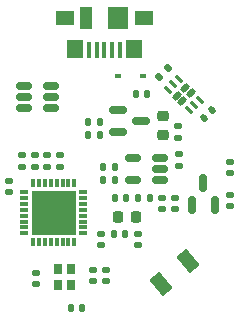
<source format=gtp>
G04 #@! TF.GenerationSoftware,KiCad,Pcbnew,(6.0.1)*
G04 #@! TF.CreationDate,2023-01-15T15:55:40+01:00*
G04 #@! TF.ProjectId,ESP32-IoT-Board-ChipAnt,45535033-322d-4496-9f54-2d426f617264,rev?*
G04 #@! TF.SameCoordinates,Original*
G04 #@! TF.FileFunction,Paste,Top*
G04 #@! TF.FilePolarity,Positive*
%FSLAX46Y46*%
G04 Gerber Fmt 4.6, Leading zero omitted, Abs format (unit mm)*
G04 Created by KiCad (PCBNEW (6.0.1)) date 2023-01-15 15:55:40*
%MOMM*%
%LPD*%
G01*
G04 APERTURE LIST*
G04 Aperture macros list*
%AMRoundRect*
0 Rectangle with rounded corners*
0 $1 Rounding radius*
0 $2 $3 $4 $5 $6 $7 $8 $9 X,Y pos of 4 corners*
0 Add a 4 corners polygon primitive as box body*
4,1,4,$2,$3,$4,$5,$6,$7,$8,$9,$2,$3,0*
0 Add four circle primitives for the rounded corners*
1,1,$1+$1,$2,$3*
1,1,$1+$1,$4,$5*
1,1,$1+$1,$6,$7*
1,1,$1+$1,$8,$9*
0 Add four rect primitives between the rounded corners*
20,1,$1+$1,$2,$3,$4,$5,0*
20,1,$1+$1,$4,$5,$6,$7,0*
20,1,$1+$1,$6,$7,$8,$9,0*
20,1,$1+$1,$8,$9,$2,$3,0*%
%AMRotRect*
0 Rectangle, with rotation*
0 The origin of the aperture is its center*
0 $1 length*
0 $2 width*
0 $3 Rotation angle, in degrees counterclockwise*
0 Add horizontal line*
21,1,$1,$2,0,0,$3*%
G04 Aperture macros list end*
%ADD10RoundRect,0.135000X-0.135000X-0.185000X0.135000X-0.185000X0.135000X0.185000X-0.135000X0.185000X0*%
%ADD11RoundRect,0.135000X-0.185000X0.135000X-0.185000X-0.135000X0.185000X-0.135000X0.185000X0.135000X0*%
%ADD12RoundRect,0.140000X-0.170000X0.140000X-0.170000X-0.140000X0.170000X-0.140000X0.170000X0.140000X0*%
%ADD13RoundRect,0.140000X0.170000X-0.140000X0.170000X0.140000X-0.170000X0.140000X-0.170000X-0.140000X0*%
%ADD14RoundRect,0.150000X0.512500X0.150000X-0.512500X0.150000X-0.512500X-0.150000X0.512500X-0.150000X0*%
%ADD15RoundRect,0.140000X-0.140000X-0.170000X0.140000X-0.170000X0.140000X0.170000X-0.140000X0.170000X0*%
%ADD16RoundRect,0.218750X0.218750X0.256250X-0.218750X0.256250X-0.218750X-0.256250X0.218750X-0.256250X0*%
%ADD17RoundRect,0.135000X0.185000X-0.135000X0.185000X0.135000X-0.185000X0.135000X-0.185000X-0.135000X0*%
%ADD18RotRect,1.100000X1.800000X220.000000*%
%ADD19RoundRect,0.130000X0.286378X0.102530X0.102530X0.286378X-0.286378X-0.102530X-0.102530X-0.286378X0*%
%ADD20RoundRect,0.075000X0.265165X-0.159099X-0.159099X0.265165X-0.265165X0.159099X0.159099X-0.265165X0*%
%ADD21RoundRect,0.218750X0.256250X-0.218750X0.256250X0.218750X-0.256250X0.218750X-0.256250X-0.218750X0*%
%ADD22R,0.800000X0.300000*%
%ADD23R,0.300000X0.800000*%
%ADD24R,3.750000X3.750000*%
%ADD25RoundRect,0.147500X0.147500X0.172500X-0.147500X0.172500X-0.147500X-0.172500X0.147500X-0.172500X0*%
%ADD26R,0.450000X1.380000*%
%ADD27R,1.650000X1.300000*%
%ADD28R,1.800000X1.900000*%
%ADD29R,1.425000X1.550000*%
%ADD30R,1.000000X1.900000*%
%ADD31RoundRect,0.135000X0.035355X-0.226274X0.226274X-0.035355X-0.035355X0.226274X-0.226274X0.035355X0*%
%ADD32R,0.600000X0.450000*%
%ADD33RoundRect,0.150000X0.150000X-0.587500X0.150000X0.587500X-0.150000X0.587500X-0.150000X-0.587500X0*%
%ADD34RoundRect,0.135000X0.135000X0.185000X-0.135000X0.185000X-0.135000X-0.185000X0.135000X-0.185000X0*%
%ADD35RoundRect,0.140000X0.140000X0.170000X-0.140000X0.170000X-0.140000X-0.170000X0.140000X-0.170000X0*%
%ADD36R,0.750000X0.850000*%
%ADD37RoundRect,0.150000X-0.587500X-0.150000X0.587500X-0.150000X0.587500X0.150000X-0.587500X0.150000X0*%
%ADD38RoundRect,0.140000X0.021213X-0.219203X0.219203X-0.021213X-0.021213X0.219203X-0.219203X0.021213X0*%
G04 APERTURE END LIST*
D10*
X143865000Y-105800000D03*
X144885000Y-105800000D03*
D11*
X137030000Y-104775000D03*
X137030000Y-105795000D03*
D12*
X143075000Y-114470000D03*
X143075000Y-115430000D03*
D13*
X135955000Y-107930000D03*
X135955000Y-106970000D03*
X154675000Y-106280000D03*
X154675000Y-105320000D03*
D14*
X139500000Y-100800000D03*
X139500000Y-99850000D03*
X139500000Y-98900000D03*
X137225000Y-98900000D03*
X137225000Y-99850000D03*
X137225000Y-100800000D03*
D12*
X150275000Y-104720000D03*
X150275000Y-105680000D03*
D15*
X144895000Y-108400000D03*
X145855000Y-108400000D03*
D16*
X146712500Y-110050000D03*
X145137500Y-110050000D03*
D17*
X139155000Y-105800000D03*
X139155000Y-104780000D03*
X138105000Y-105800000D03*
X138105000Y-104780000D03*
D12*
X143725000Y-111420000D03*
X143725000Y-112380000D03*
D18*
X151073134Y-113771638D03*
X148775000Y-115700000D03*
D19*
X150601256Y-100233363D03*
X150141637Y-99773744D03*
X150848744Y-99066637D03*
X151308363Y-99526256D03*
D20*
X151149264Y-100993503D03*
X151608883Y-100533883D03*
X152068503Y-100074264D03*
X150300736Y-98306497D03*
X149841117Y-98766117D03*
X149381497Y-99225736D03*
D13*
X140205000Y-105770000D03*
X140205000Y-104810000D03*
D12*
X138225000Y-114770000D03*
X138225000Y-115730000D03*
X146845000Y-111420000D03*
X146845000Y-112380000D03*
D21*
X148925000Y-103037500D03*
X148925000Y-101462500D03*
D10*
X143865000Y-106900000D03*
X144885000Y-106900000D03*
D22*
X142205000Y-111400000D03*
X142205000Y-110900000D03*
X142205000Y-110400000D03*
X142205000Y-109900000D03*
X142205000Y-109400000D03*
X142205000Y-108900000D03*
X142205000Y-108400000D03*
X142205000Y-107900000D03*
D23*
X141455000Y-107150000D03*
X140955000Y-107150000D03*
X140455000Y-107150000D03*
X139955000Y-107150000D03*
X139455000Y-107150000D03*
X138955000Y-107150000D03*
X138455000Y-107150000D03*
X137955000Y-107150000D03*
D22*
X137205000Y-107900000D03*
X137205000Y-108400000D03*
X137205000Y-108900000D03*
X137205000Y-109400000D03*
X137205000Y-109900000D03*
X137205000Y-110400000D03*
X137205000Y-110900000D03*
X137205000Y-111400000D03*
D23*
X137955000Y-112150000D03*
X138455000Y-112150000D03*
X138955000Y-112150000D03*
X139455000Y-112150000D03*
X139955000Y-112150000D03*
X140455000Y-112150000D03*
X140955000Y-112150000D03*
X141455000Y-112150000D03*
D24*
X139705000Y-109650000D03*
D25*
X145780000Y-111450000D03*
X144810000Y-111450000D03*
D26*
X145300000Y-95860000D03*
X144650000Y-95860000D03*
X144000000Y-95860000D03*
X143350000Y-95860000D03*
X142700000Y-95860000D03*
D27*
X147375000Y-93200000D03*
D28*
X145150000Y-93200000D03*
D29*
X146487500Y-95775000D03*
D30*
X142450000Y-93200000D03*
D27*
X140625000Y-93200000D03*
D29*
X141512500Y-95775000D03*
D13*
X149975000Y-109330000D03*
X149975000Y-108370000D03*
D10*
X146852500Y-108400000D03*
X147872500Y-108400000D03*
D31*
X148639376Y-98135624D03*
X149360624Y-97414376D03*
D12*
X144175000Y-114470000D03*
X144175000Y-115430000D03*
D32*
X145175000Y-98100000D03*
X147275000Y-98100000D03*
D33*
X151425000Y-109037500D03*
X153325000Y-109037500D03*
X152375000Y-107162500D03*
D34*
X143635000Y-102000000D03*
X142615000Y-102000000D03*
D13*
X148875000Y-109330000D03*
X148875000Y-108370000D03*
D35*
X143605000Y-103100000D03*
X142645000Y-103100000D03*
D36*
X141150000Y-115775000D03*
X141150000Y-114425000D03*
X140100000Y-114425000D03*
X140100000Y-115775000D03*
D35*
X142105000Y-117700000D03*
X141145000Y-117700000D03*
D37*
X145187500Y-100950000D03*
X145187500Y-102850000D03*
X147062500Y-101900000D03*
D12*
X154675000Y-108120000D03*
X154675000Y-109080000D03*
D14*
X148685000Y-106925000D03*
X148685000Y-105975000D03*
X148685000Y-105025000D03*
X146410000Y-105025000D03*
X146410000Y-106925000D03*
D38*
X152446178Y-101628822D03*
X153125000Y-100950000D03*
D35*
X147605000Y-99600000D03*
X146645000Y-99600000D03*
D11*
X150225000Y-102290000D03*
X150225000Y-103310000D03*
M02*

</source>
